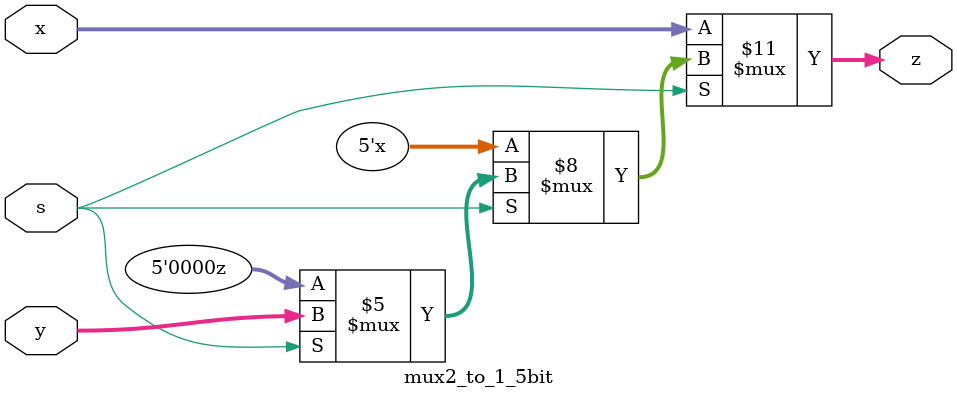
<source format=v>
module mux2_to_1_5bit(x,y,s,z); // initialize the mux module
input [4:0] x,y; // inputs to the mux
input s; // select signal
output [4:0] z; // output of the mux
reg z;

always @(x or y or s) begin
  if(s == 1'b0) begin
    z = x;
  end

  else if(s == 1'b1) begin
    z = y;
  end

  else begin
    z = 1'bz; // if unknown or high impedance then set to high impedance
  end
end
endmodule

</source>
